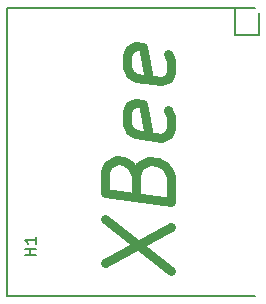
<source format=gbr>
G04 #@! TF.FileFunction,Legend,Top*
%FSLAX46Y46*%
G04 Gerber Fmt 4.6, Leading zero omitted, Abs format (unit mm)*
G04 Created by KiCad (PCBNEW 4.0.0-rc1-stable) date 15/08/2017 21:27:56*
%MOMM*%
G01*
G04 APERTURE LIST*
%ADD10C,0.076200*%
%ADD11C,0.150000*%
%ADD12C,0.762000*%
G04 APERTURE END LIST*
D10*
D11*
X175009400Y-33558000D02*
X175009400Y-35818600D01*
X175009400Y-35818600D02*
X177066800Y-35818600D01*
X177066800Y-35818600D02*
X177066800Y-33964400D01*
X176685800Y-33558000D02*
X155730800Y-33558000D01*
X155730800Y-33558000D02*
X155730800Y-57942000D01*
X155730800Y-57942000D02*
X176685800Y-57942000D01*
X158202381Y-54511905D02*
X157202381Y-54511905D01*
X157678571Y-54511905D02*
X157678571Y-53940476D01*
X158202381Y-53940476D02*
X157202381Y-53940476D01*
X158202381Y-52940476D02*
X158202381Y-53511905D01*
X158202381Y-53226191D02*
X157202381Y-53226191D01*
X157345238Y-53321429D01*
X157440476Y-53416667D01*
X157488095Y-53511905D01*
D12*
X163999105Y-55118668D02*
X169587105Y-52091835D01*
X163999105Y-51393335D02*
X169587105Y-55817168D01*
X166660057Y-47734525D02*
X166926152Y-46969501D01*
X167192248Y-46736668D01*
X167724438Y-46537097D01*
X168522724Y-46636882D01*
X169054914Y-46969501D01*
X169321010Y-47268858D01*
X169587105Y-47834311D01*
X169587105Y-49963073D01*
X163999105Y-49264573D01*
X163999105Y-47401906D01*
X164265200Y-46902978D01*
X164531295Y-46670144D01*
X165063486Y-46470573D01*
X165595676Y-46537096D01*
X166127867Y-46869715D01*
X166393962Y-47169073D01*
X166660057Y-47734525D01*
X166660057Y-49597192D01*
X169321010Y-42213049D02*
X169587105Y-42778501D01*
X169587105Y-43842882D01*
X169321010Y-44341811D01*
X168788819Y-44541382D01*
X166660057Y-44275287D01*
X166127867Y-43942668D01*
X165861771Y-43377215D01*
X165861771Y-42312834D01*
X166127867Y-41813906D01*
X166660057Y-41614335D01*
X167192248Y-41680859D01*
X167724438Y-44408335D01*
X169321010Y-37423335D02*
X169587105Y-37988787D01*
X169587105Y-39053168D01*
X169321010Y-39552097D01*
X168788819Y-39751668D01*
X166660057Y-39485573D01*
X166127867Y-39152954D01*
X165861771Y-38587501D01*
X165861771Y-37523120D01*
X166127867Y-37024192D01*
X166660057Y-36824621D01*
X167192248Y-36891145D01*
X167724438Y-39618621D01*
M02*

</source>
